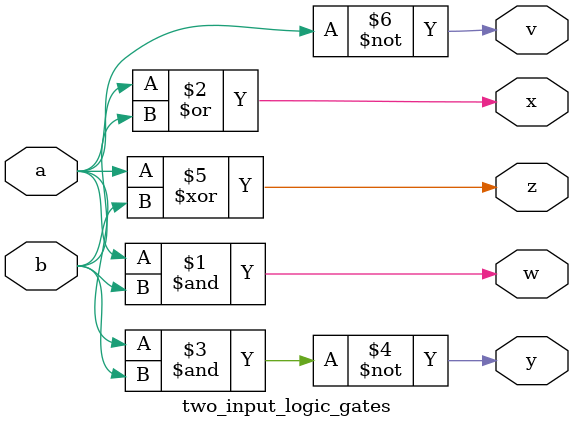
<source format=v>
module logic_gates_top(sw, led);
output [4:0] led;
input [1:0] sw;
two_input_logic_gates gates(sw[0], sw[1], led[0], led[1], led[2], led[3], led[4]);
endmodule

module logic_gates_tb();
reg input1,input2;
wire not_gate,and_gate,or_gate,nand_gate,xor_gate;
two_input_logic_gates gates(.a(input1), .b(input2), .v(not_gate), .w(and_gate), .x(or_gate), .y(nand_gate), .z(xor_gate));

initial
begin
$monitor(input1, input2, not_gate, and_gate, or_gate, nand_gate, xor_gate);
input1 = 1'b0;
input2 = 1'b0;
#5
input1 = 1'b0;
input2 = 1'b1;
#5 
input1 = 1'b1;
input2 = 1'b0;
#5
input1 = 1'b1;
input2 = 1'b1;
end
endmodule

module two_input_logic_gates(a,b,v,w,x,y,z);
input a,b;
output v,w,x,y,z;
not gate1(v,a);
and gate2(w,a,b);
or gate3(x,a,b);
nand gate4(y,a,b);
xor gate5(z,a,b);
endmodule
</source>
